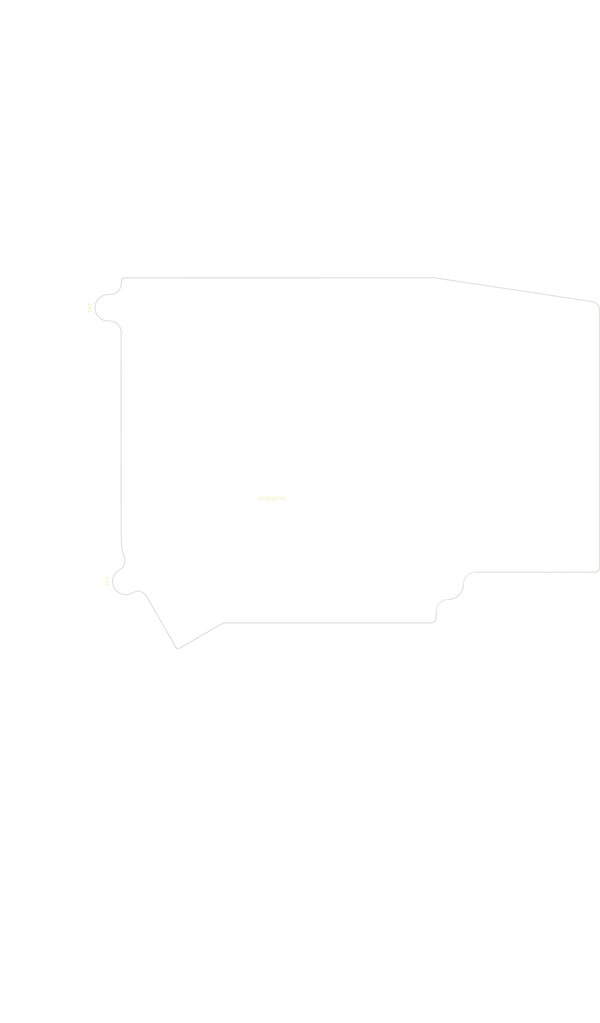
<source format=kicad_pcb>
(kicad_pcb (version 20221018) (generator pcbnew)
  (title_block (title "Lotus 58 Glow MX") (date "2020-12-12") (rev "0.95") (company "Markus Knutsson <markus.knutsson@tweety.se>") (comment 1 "https://github.com/TweetyDaBird") (comment 2 "Licensed under CERN-OHL-S v2 or any superseding version"))
  (layers (0 "F.Cu" signal) (31 "B.Cu" signal) (34 "B.Paste" user) (35 "F.Paste" user) (36 "B.SilkS" user "B.Silkscreen") (37 "F.SilkS" user "F.Silkscreen") (38 "B.Mask" user) (39 "F.Mask" user) (44 "Edge.Cuts" user))
  (net 0 "")
  (footprint "MountingHole:MountingHole_2.7mm_M2.5" (layer "F.Cu") (at 124.32538 57.40908)
    (fp_text reference "TH3" hide)
    (fp_text value "HOLE")
    (pad "" np_thru_hole circle locked (at 0 0) (size 2.7 2.7) (drill 2.7) (layers "*.Cu" "*.Mask"))
  )
  (footprint "MountingHole:MountingHole_2.7mm_M2.5" (layer "F.Cu") (at 199.7 61.8)
    (fp_text reference "TH4" hide)
    (fp_text value "HOLE")
    (pad "" np_thru_hole circle locked (at 0 0) (size 2.7 2.7) (drill 2.7) (layers "*.Cu" "*.Mask"))
  )
  (footprint "MountingHole:MountingHole_2.7mm_M2.5" (layer "F.Cu") (at 124.3965 95.5675)
    (fp_text reference "TH5" hide)
    (fp_text value "HOLE")
    (pad "" np_thru_hole circle locked (at 0 0) (size 2.7 2.7) (drill 2.7) (layers "*.Cu" "*.Mask"))
  )
  (footprint "MountingHole:MountingHole_2.7mm_M2.5" (layer "F.Cu") (at 199.7 100)
    (fp_text reference "TH6" hide)
    (fp_text value "HOLE")
    (pad "" np_thru_hole circle locked (at 0 0) (size 2.7 2.7) (drill 2.7) (layers "*.Cu" "*.Mask"))
  )
  (footprint "MountingHole:MountingHole_2.7mm_M2.5" (layer "F.Cu") (at 98.8949 114.1095 90)
    (fp_text reference "TH7" hide)
    (fp_text value "HOLE")
    (pad "" np_thru_hole circle locked (at 0 0 90) (size 2.7 2.7) (drill 2.7) (layers "*.Cu" "*.Mask"))
  )
  (footprint "MountingHole:MountingHole_4.3mm_M4" (layer "F.Cu") (at 82.066447 123.803553 90)
    (fp_text reference "TH7" (at 0 -5.3 90) (layer "F.SilkS"))
    (fp_text value "HOLE")
    (pad "" np_thru_hole circle (at 0 0 90) (size 4.3 4.3) (drill 4.3) (layers "*.Cu" "*.Mask"))
  )
  (footprint "MountingHole:MountingHole_4.3mm_M4" (layer "F.Cu") (at 76.96 44.39 90)
    (fp_text reference "TH7" (at 0 -5.3 90) (layer "F.SilkS"))
    (fp_text value "HOLE")
    (pad "" np_thru_hole circle (at 0 0 90) (size 4.3 4.3) (drill 4.3) (layers "*.Cu" "*.Mask"))
  )
  (footprint "MountingHole:MountingHole_4.3mm_M4" (layer "F.Cu") (at 175.803553 124.703553 90)
    (fp_text reference "TH7" hide)
    (fp_text value "HOLE")
    (pad "" np_thru_hole circle (at 0 0 90) (size 4.3 4.3) (drill 4.3) (layers "*.Cu" "*.Mask"))
  )
  (footprint "" (layer "F.Cu") (at 99.76 114.01)
    (fp_text reference "" (at 98.8949 114.1095) (layer "F.SilkS") (effects (font (size 1.27 1.27))))
    (fp_text value "" (at 98.8949 114.1095) (layer "F.SilkS") (effects (font (size 1.27 1.27))))
  )
  (footprint "" (layer "F.Cu") (at 83.29 137.77)
    (fp_text reference "" (at 98.8949 114.1095) (layer "F.SilkS") (effects (font (size 1.27 1.27))))
    (fp_text value "" (at 98.8949 114.1095) (layer "F.SilkS") (effects (font (size 1.27 1.27))))
  )
  (gr_line (start 81.4197 116.3955) (end 81.604942 117.126378) (stroke (width 0.2)) (layer "Edge.Cuts"))
  (gr_line (start 219.50172 44.1452) (end 219.70492 44.8564) (stroke (width 0.2)) (layer "Edge.Cuts"))
  (gr_line (start 219.258732 120.757048) (end 219.03678 120.940136) (stroke (width 0.2)) (layer "Edge.Cuts"))
  (gr_line (start 219.03678 120.940136) (end 218.781972 121.078352) (stroke (width 0.2)) (layer "Edge.Cuts"))
  (gr_line (start 219.667372 119.998631) (end 219.580037 120.280287) (stroke (width 0.2)) (layer "Edge.Cuts"))
  (gr_line (start 219.580037 120.280287) (end 219.441821 120.535096) (stroke (width 0.2)) (layer "Edge.Cuts"))
  (gr_line (start 219.70492 119.6848) (end 219.667372 119.998631) (stroke (width 0.2)) (layer "Edge.Cuts"))
  (gr_line (start 219.441821 120.535096) (end 219.258732 120.757048) (stroke (width 0.2)) (layer "Edge.Cuts"))
  (gr_line (start 218.781972 121.078352) (end 218.500315 121.165688) (stroke (width 0.2)) (layer "Edge.Cuts"))
  (gr_line (start 218.500315 121.165688) (end 218.18092 121.19356) (stroke (width 0.2)) (layer "Edge.Cuts"))
  (gr_line (start 172.075297 134.989392) (end 171.937081 135.244201) (stroke (width 0.2)) (layer "Edge.Cuts"))
  (gr_line (start 80.7003 36.7444) (end 80.722283 36.528775) (stroke (width 0.2)) (layer "Edge.Cuts"))
  (gr_line (start 80.722283 36.528775) (end 80.783417 36.331615) (stroke (width 0.2)) (layer "Edge.Cuts"))
  (gr_line (start 81.342063 35.77297) (end 81.539222 35.711835) (stroke (width 0.2)) (layer "Edge.Cuts"))
  (gr_line (start 81.539222 35.711835) (end 81.7544 35.6903) (stroke (width 0.2)) (layer "Edge.Cuts"))
  (gr_line (start 80.880169 36.153249) (end 81.00833 35.997883) (stroke (width 0.2)) (layer "Edge.Cuts"))
  (gr_line (start 80.783417 36.331615) (end 80.880169 36.153249) (stroke (width 0.2)) (layer "Edge.Cuts"))
  (gr_line (start 81.00833 35.997883) (end 81.163697 35.869721) (stroke (width 0.2)) (layer "Edge.Cuts"))
  (gr_line (start 81.163697 35.869721) (end 81.342063 35.77297) (stroke (width 0.2)) (layer "Edge.Cuts"))
  (gr_line (start 80.772 112.649) (end 80.899 114.1095) (stroke (width 0.2)) (layer "Edge.Cuts"))
  (gr_line (start 80.7085 111.8235) (end 80.772 112.649) (stroke (width 0.2)) (layer "Edge.Cuts"))
  (gr_line (start 171.704 35.687) (end 81.7544 35.6903) (stroke (width 0.2)) (layer "Edge.Cuts"))
  (gr_arc (start 81.604942 117.126378) (mid 81.59 118.86) (end 80.567732 120.260231) (stroke (width 0.2)) (layer "Edge.Cuts"))
  (gr_arc (start 83.94 127.17) (mid 78.679236 125.783397) (end 80.080191 120.526438) (stroke (width 0.2)) (layer "Edge.Cuts"))
  (gr_arc (start 84.37 126.96) (mid 86.450959 126.862433) (end 88.056551 128.189802) (stroke (width 0.2)) (layer "Edge.Cuts"))
  (gr_arc (start 80.7 37.277712) (mid 79.744329 39.589137) (end 77.429528 40.536602) (stroke (width 0.2)) (layer "Edge.Cuts"))
  (gr_line (start 97.268206 143.404468) (end 97.426864 143.357278) (stroke (width 0.2)) (layer "Edge.Cuts"))
  (gr_line (start 97.426864 143.357278) (end 97.594758 143.271756) (stroke (width 0.2)) (layer "Edge.Cuts"))
  (gr_line (start 80.7003 36.7444) (end 80.7 37.277712) (stroke (width 0.2)) (layer "Edge.Cuts"))
  (gr_line (start 183.610008 121.17) (end 218.18092 121.19356) (stroke (width 0.2)) (layer "Edge.Cuts"))
  (gr_line (start 97.119252 143.413974) (end 97.268206 143.404468) (stroke (width 0.2)) (layer "Edge.Cuts"))
  (gr_line (start 217.79552 42.621355) (end 171.704 35.687) (stroke (width 0.2)) (layer "Edge.Cuts"))
  (gr_line (start 218.511891 42.96639) (end 217.79552 42.621355) (stroke (width 0.2)) (layer "Edge.Cuts"))
  (gr_line (start 88.056551 128.189802) (end 96.629837 143.08815) (stroke (width 0.2)) (layer "Edge.Cuts"))
  (gr_line (start 80.645 110.617) (end 80.640388 51.440388) (stroke (width 0.2)) (layer "Edge.Cuts"))
  (gr_arc (start 180.123228 124.65678) (mid 181.144482 122.191254) (end 183.610008 121.17) (stroke (width 0.15)) (layer "Edge.Cuts"))
  (gr_line (start 219.70492 44.8564) (end 219.70492 119.6848) (stroke (width 0.2)) (layer "Edge.Cuts"))
  (gr_line (start 96.629837 143.08815) (end 96.735295 143.222884) (stroke (width 0.2)) (layer "Edge.Cuts"))
  (gr_line (start 171.53204 135.649242) (end 171.277232 135.787458) (stroke (width 0.2)) (layer "Edge.Cuts"))
  (gr_arc (start 76.92 48.22) (mid 73.057347 44.388785) (end 76.899089 40.536602) (stroke (width 0.2)) (layer "Edge.Cuts"))
  (gr_arc (start 77.42 48.22) (mid 79.69715 49.163234) (end 80.640388 51.440388) (stroke (width 0.2)) (layer "Edge.Cuts"))
  (gr_line (start 171.753993 135.466153) (end 171.53204 135.649242) (stroke (width 0.2)) (layer "Edge.Cuts"))
  (gr_line (start 96.735295 143.222884) (end 96.852328 143.322532) (stroke (width 0.2)) (layer "Edge.Cuts"))
  (gr_line (start 219.13342 43.5102) (end 219.50172 44.1452) (stroke (width 0.2)) (layer "Edge.Cuts"))
  (gr_line (start 172.2 132.580008) (end 172.19308 134.427634) (stroke (width 0.2)) (layer "Edge.Cuts"))
  (gr_line (start 80.645 110.617) (end 80.7085 111.8235) (stroke (width 0.2)) (layer "Edge.Cuts"))
  (gr_line (start 97.594758 143.271756) (end 110.31982 135.90524) (stroke (width 0.2)) (layer "Edge.Cuts"))
  (gr_line (start 170.995576 135.874793) (end 170.69308 135.90524) (stroke (width 0.2)) (layer "Edge.Cuts"))
  (gr_line (start 171.277232 135.787458) (end 170.995576 135.874793) (stroke (width 0.2)) (layer "Edge.Cuts"))
  (gr_line (start 77.42 48.22) (end 76.92 48.22) (stroke (width 0.15)) (layer "Edge.Cuts"))
  (gr_line (start 81.153 115.3795) (end 81.4197 116.3955) (stroke (width 0.2)) (layer "Edge.Cuts"))
  (gr_line (start 83.94 127.17) (end 84.37 126.96) (stroke (width 0.15)) (layer "Edge.Cuts"))
  (gr_line (start 77.429528 40.536602) (end 76.899089 40.536602) (stroke (width 0.15)) (layer "Edge.Cuts"))
  (gr_line (start 172.19308 134.427634) (end 172.162633 134.707736) (stroke (width 0.2)) (layer "Edge.Cuts"))
  (gr_line (start 96.852328 143.322532) (end 96.98047 143.386445) (stroke (width 0.2)) (layer "Edge.Cuts"))
  (gr_line (start 80.567732 120.260231) (end 80.080191 120.526438) (stroke (width 0.15)) (layer "Edge.Cuts"))
  (gr_line (start 172.162633 134.707736) (end 172.075297 134.989392) (stroke (width 0.2)) (layer "Edge.Cuts"))
  (gr_arc (start 180.123228 124.65678) (mid 178.823823 127.793823) (end 175.68678 129.093228) (stroke (width 0.2)) (layer "Edge.Cuts"))
  (gr_line (start 80.899 114.1095) (end 81.153 115.3795) (stroke (width 0.2)) (layer "Edge.Cuts"))
  (gr_arc (start 172.2 132.580008) (mid 173.221254 130.114482) (end 175.68678 129.093228) (stroke (width 0.15)) (layer "Edge.Cuts"))
  (gr_line (start 96.98047 143.386445) (end 97.119252 143.413974) (stroke (width 0.2)) (layer "Edge.Cuts"))
  (gr_line (start 110.31982 135.90524) (end 170.69308 135.90524) (stroke (width 0.2)) (layer "Edge.Cuts"))
  (gr_line (start 219.13342 43.5102) (end 218.511891 42.96639) (stroke (width 0.2)) (layer "Edge.Cuts"))
  (gr_line (start 171.937081 135.244201) (end 171.753993 135.466153) (stroke (width 0.2)) (layer "Edge.Cuts"))
  (gr_text "JLCJLCJLCJLC" (at 120.23 100.26) (layer "F.SilkS") (effects (font (size 0.8 0.8) (thickness 0.15) bold) (justify left bottom)))
)
</source>
